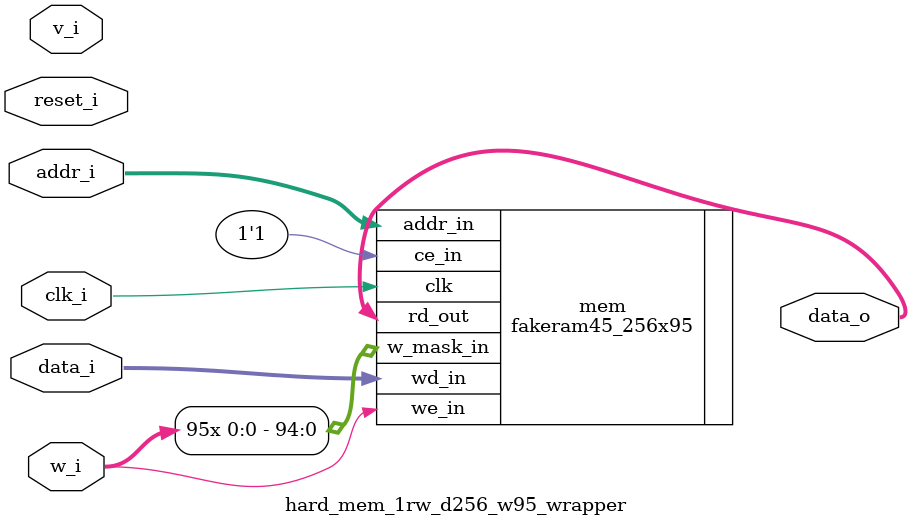
<source format=v>
module hard_mem_1rw_d512_w64_wrapper(clk_i, v_i, reset_i, data_i,
     addr_i, w_i, data_o);
  input clk_i, v_i, reset_i, w_i;
  input [63:0] data_i;
  input [8:0] addr_i;
  output [63:0] data_o;
  wire clk_i, v_i, reset_i, w_i;
  wire [63:0] data_i;
  wire [8:0] addr_i;
  wire [63:0] data_o;

  fakeram45_512x64 mem (
    .clk      (clk_i   ),
    .rd_out   (data_o  ),
    .ce_in    (1'b1    ),
    .we_in    (w_i     ),
    .w_mask_in({64{w_i}}),
    .addr_in  (addr_i  ),
    .wd_in    (data_i  )
  );

endmodule

module hard_mem_1rw_bit_mask_d64_w96_wrapper(clk_i, reset_i, data_i,
     addr_i, v_i, w_mask_i, w_i, data_o);
  input clk_i, reset_i, v_i, w_i;
  input [95:0] data_i, w_mask_i;
  input [5:0] addr_i;
  output [95:0] data_o;
  wire clk_i, reset_i, v_i, w_i;
  wire [95:0] data_i, w_mask_i;
  wire [5:0] addr_i;
  wire [95:0] data_o;

  fakeram45_64x96 mem (
    .clk      (clk_i   ),
    .rd_out   (data_o  ),
    .ce_in    (1'b1    ),
    .we_in    (w_i     ),
    .w_mask_in(w_mask_i),
    .addr_in  (addr_i  ),
    .wd_in    (data_i  )
  );


endmodule


module hard_mem_1rw_byte_mask_d512_w64_wrapper(clk_i, reset_i, data_i,
     addr_i, v_i, write_mask_i, w_i, data_o);
  input clk_i, reset_i, v_i, w_i;
  input [63:0] data_i;
  input [8:0] addr_i;
  input [7:0] write_mask_i;
  output [63:0] data_o;
  wire clk_i, reset_i, v_i, w_i;
  wire [63:0] data_i;
  wire [8:0] addr_i;
  wire [7:0] write_mask_i;
  wire [63:0] data_o;
  wire [63:0] wen;

  fakeram45_512x64 mem (
    .clk      (clk_i   ),
    .rd_out   (data_o  ),
    .ce_in    (1'b1    ),
    .we_in    (w_i     ),
    .w_mask_in({{8{write_mask_i[7]}},
                {8{write_mask_i[6]}},
                {8{write_mask_i[5]}},
                {8{write_mask_i[4]}},
                {8{write_mask_i[3]}},
                {8{write_mask_i[2]}},
                {8{write_mask_i[1]}},
                {8{write_mask_i[0]}}}
      ),
    .addr_in  (addr_i  ),
    .wd_in    (data_i  )
  );

endmodule

module hard_mem_1rw_bit_mask_d64_w7_wrapper(clk_i, reset_i, data_i,
     addr_i, v_i, w_mask_i, w_i, data_o);
  input clk_i, reset_i, v_i, w_i;
  input [6:0] data_i, w_mask_i;
  input [5:0] addr_i;
  output [6:0] data_o;
  wire clk_i, reset_i, v_i, w_i;
  wire [6:0] data_i, w_mask_i;
  wire [5:0] addr_i;
  wire [6:0] data_o;

  fakeram45_64x7 mem (
    .clk      (clk_i   ),
    .rd_out   (data_o  ),
    .ce_in    (1'b1    ),
    .we_in    (w_i     ),
    .w_mask_in(w_mask_i),
    .addr_in  (addr_i  ),
    .wd_in    (data_i  )
  );

endmodule

module hard_mem_1rw_bit_mask_d64_w15_wrapper(clk_i, reset_i, data_i,
     addr_i, v_i, w_mask_i, w_i, data_o);
  input clk_i, reset_i, v_i, w_i;
  input [14:0] data_i, w_mask_i;
  input [5:0] addr_i;
  output [14:0] data_o;
  wire clk_i, reset_i, v_i, w_i;
  wire [14:0] data_i, w_mask_i;
  wire [5:0] addr_i;
  wire [14:0] data_o;

  fakeram45_64x15 mem (
    .clk      (clk_i   ),
    .rd_out   (data_o  ),
    .ce_in    (1'b1    ),
    .we_in    (w_i     ),
    .w_mask_in(w_mask_i),
    .addr_in  (addr_i  ),
    .wd_in    (data_i  )
  );

endmodule


module hard_mem_1rw_d256_w95_wrapper(clk_i, v_i, reset_i, data_i,
     addr_i, w_i, data_o);
  input clk_i, v_i, reset_i, w_i;
  input [94:0] data_i;
  input [7:0] addr_i;
  output [94:0] data_o;
  wire clk_i, v_i, reset_i, w_i;
  wire [94:0] data_i;
  wire [7:0] addr_i;
  wire [94:0] data_o;


  fakeram45_256x95 mem (
    .clk      (clk_i   ),
    .rd_out   (data_o  ),
    .ce_in    (1'b1    ),
    .we_in    (w_i     ),
    .w_mask_in({95{w_i}}),
    .addr_in  (addr_i  ),
    .wd_in    (data_i  )
  );


endmodule
</source>
